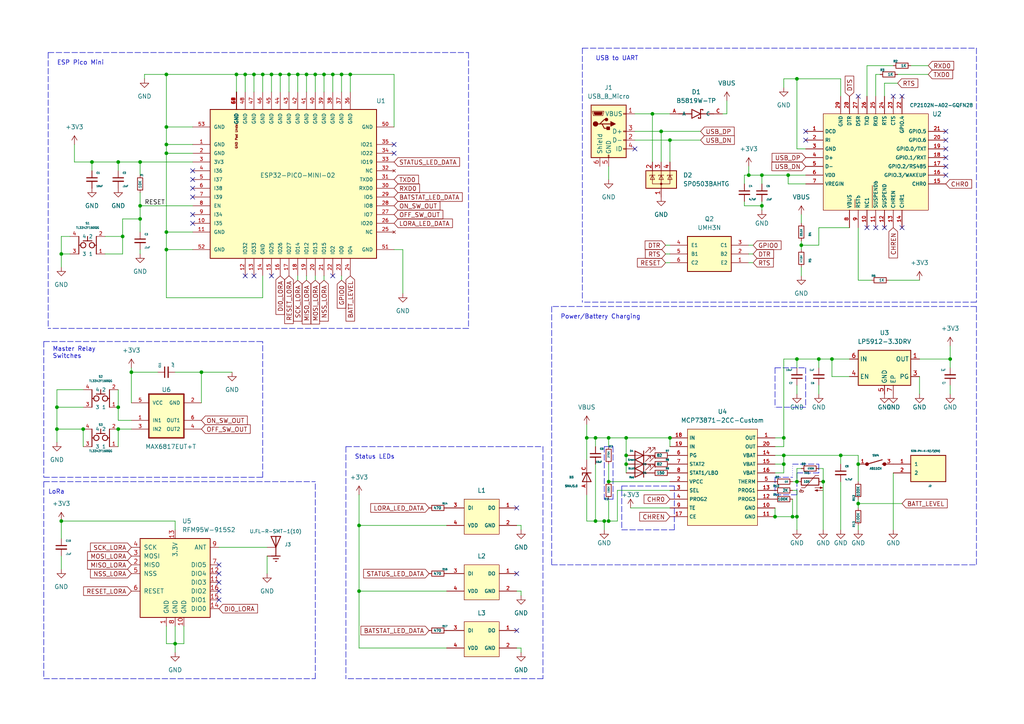
<source format=kicad_sch>
(kicad_sch (version 20211123) (generator eeschema)
  (paper "A4")
  (title_block (title "Kill Switch - Remote") (date "2023-04-12") (rev "1.1") (company "Created by: Greg Hulette") (comment 1 "- LoRa to WiFi Bridge") (comment 2 "- Buttons for Master Relay") (comment 3 "- Creates WiFi Network"))
  (junction (at 220.98 59.69))
  (junction (at 76.2 21.59))
  (junction (at 248.92 146.05))
  (junction (at 88.9 21.59))
  (junction (at 48.26 21.59))
  (junction (at 248.92 134.62))
  (junction (at 172.72 127))
  (junction (at 99.06 21.59))
  (junction (at 229.87 149.86))
  (junction (at 176.53 127))
  (junction (at 232.41 71.12))
  (junction (at 228.6 50.8))
  (junction (at 48.26 44.45))
  (junction (at 24.13 124.46))
  (junction (at 50.8 186.69))
  (junction (at 224.79 149.86))
  (junction (at 34.29 46.99))
  (junction (at 93.98 21.59))
  (junction (at 17.78 73.66))
  (junction (at 83.82 21.59))
  (junction (at 48.26 72.39))
  (junction (at 48.26 41.91))
  (junction (at 238.76 139.7))
  (junction (at 68.58 21.59))
  (junction (at 231.14 22.86))
  (junction (at 17.78 151.13))
  (junction (at 176.53 139.7))
  (junction (at 16.51 124.46))
  (junction (at 189.23 33.02))
  (junction (at 71.12 21.59))
  (junction (at 101.6 21.59))
  (junction (at 78.74 21.59))
  (junction (at 181.61 127))
  (junction (at 48.26 67.31))
  (junction (at 172.72 151.13))
  (junction (at 40.64 46.99))
  (junction (at 104.14 152.4))
  (junction (at 58.42 107.95))
  (junction (at 35.56 68.58))
  (junction (at 176.53 151.13))
  (junction (at 231.14 139.7))
  (junction (at 40.64 59.69))
  (junction (at 194.31 40.64))
  (junction (at 86.36 21.59))
  (junction (at 34.29 124.46))
  (junction (at 217.17 50.8))
  (junction (at 237.49 104.14))
  (junction (at 40.64 63.5))
  (junction (at 73.66 21.59))
  (junction (at 175.26 151.13))
  (junction (at 181.61 132.08))
  (junction (at 220.98 50.8))
  (junction (at 227.33 132.08))
  (junction (at 241.3 104.14))
  (junction (at 170.18 127))
  (junction (at 194.31 127))
  (junction (at 91.44 21.59))
  (junction (at 38.1 107.95))
  (junction (at 231.14 104.14))
  (junction (at 16.51 118.11))
  (junction (at 243.84 132.08))
  (junction (at 191.77 38.1))
  (junction (at 227.33 134.62))
  (junction (at 275.59 104.14))
  (junction (at 81.28 21.59))
  (junction (at 181.61 134.62))
  (junction (at 26.67 46.99))
  (junction (at 104.14 171.45))
  (junction (at 48.26 36.83))
  (junction (at 34.29 118.11))
  (junction (at 231.14 149.86))
  (junction (at 227.33 127))
  (junction (at 96.52 21.59))
  (no_connect (at 259.08 27.94))
  (no_connect (at 149.86 166.37))
  (no_connect (at 63.5 166.37))
  (no_connect (at 63.5 163.83))
  (no_connect (at 63.5 168.91))
  (no_connect (at 63.5 173.99))
  (no_connect (at 63.5 171.45))
  (no_connect (at 55.88 57.15))
  (no_connect (at 55.88 62.23))
  (no_connect (at 55.88 49.53))
  (no_connect (at 55.88 52.07))
  (no_connect (at 55.88 54.61))
  (no_connect (at 71.12 80.01))
  (no_connect (at 55.88 64.77))
  (no_connect (at 114.3 41.91))
  (no_connect (at 96.52 80.01))
  (no_connect (at 73.66 80.01))
  (no_connect (at 78.74 80.01))
  (no_connect (at 114.3 44.45))
  (no_connect (at 149.86 147.32))
  (no_connect (at 149.86 182.88))
  (no_connect (at 248.92 27.94))
  (no_connect (at 233.68 38.1))
  (no_connect (at 233.68 40.64))
  (no_connect (at 261.62 27.94))
  (no_connect (at 256.54 66.04))
  (no_connect (at 254 66.04))
  (no_connect (at 251.46 66.04))
  (no_connect (at 274.32 38.1))
  (no_connect (at 274.32 40.64))
  (no_connect (at 274.32 43.18))
  (no_connect (at 274.32 45.72))
  (no_connect (at 274.32 48.26))
  (no_connect (at 274.32 50.8))
  (no_connect (at 261.62 66.04))
  (no_connect (at 184.15 43.18))
  (wire (pts (xy 172.72 151.13) (xy 172.72 134.62)))
  (polyline (pts (xy 135.89 15.24) (xy 135.89 95.25)))
  (polyline (pts (xy 100.33 129.54) (xy 157.48 129.54)))
  (wire (pts (xy 193.04 76.2) (xy 194.31 76.2)))
  (wire (pts (xy 16.51 113.03) (xy 16.51 118.11)))
  (wire (pts (xy 237.49 104.14) (xy 241.3 104.14)))
  (wire (pts (xy 40.64 46.99) (xy 34.29 46.99)))
  (wire (pts (xy 238.76 135.89) (xy 238.76 139.7)))
  (wire (pts (xy 55.88 72.39) (xy 48.26 72.39)))
  (wire (pts (xy 215.9 58.42) (xy 215.9 59.69)))
  (wire (pts (xy 104.14 187.96) (xy 129.54 187.96)))
  (wire (pts (xy 50.8 186.69) (xy 50.8 189.23)))
  (wire (pts (xy 231.14 111.76) (xy 231.14 114.3)))
  (wire (pts (xy 254 27.94) (xy 254 21.59)))
  (wire (pts (xy 227.33 104.14) (xy 231.14 104.14)))
  (wire (pts (xy 176.53 134.62) (xy 176.53 139.7)))
  (wire (pts (xy 256.54 27.94) (xy 256.54 24.13)))
  (wire (pts (xy 170.18 123.19) (xy 170.18 127)))
  (polyline (pts (xy 12.7 196.85) (xy 91.44 196.85)))
  (wire (pts (xy 34.29 118.11) (xy 34.29 121.92)))
  (wire (pts (xy 48.26 67.31) (xy 55.88 67.31)))
  (wire (pts (xy 71.12 21.59) (xy 71.12 26.67)))
  (polyline (pts (xy 229.87 134.62) (xy 237.49 134.62)))
  (polyline (pts (xy 12.7 99.06) (xy 76.2 99.06)))
  (polyline (pts (xy 168.91 13.97) (xy 283.21 13.97)))
  (wire (pts (xy 17.78 161.29) (xy 17.78 165.1)))
  (wire (pts (xy 220.98 53.34) (xy 220.98 50.8)))
  (wire (pts (xy 181.61 132.08) (xy 181.61 134.62)))
  (polyline (pts (xy 231.14 143.51) (xy 224.79 143.51)))
  (wire (pts (xy 93.98 21.59) (xy 96.52 21.59)))
  (polyline (pts (xy 237.49 137.16) (xy 231.14 137.16)))
  (wire (pts (xy 17.78 68.58) (xy 17.78 73.66)))
  (wire (pts (xy 218.44 73.66) (xy 217.17 73.66)))
  (wire (pts (xy 40.64 59.69) (xy 40.64 63.5)))
  (polyline (pts (xy 195.58 153.67) (xy 195.58 140.97)))
  (wire (pts (xy 232.41 77.47) (xy 232.41 80.01)))
  (wire (pts (xy 104.14 143.51) (xy 104.14 152.4)))
  (wire (pts (xy 181.61 134.62) (xy 181.61 137.16)))
  (wire (pts (xy 58.42 107.95) (xy 67.31 107.95)))
  (wire (pts (xy 237.49 66.04) (xy 237.49 71.12)))
  (wire (pts (xy 209.55 33.02) (xy 210.82 33.02)))
  (polyline (pts (xy 233.68 106.68) (xy 233.68 118.11)))
  (polyline (pts (xy 175.26 129.54) (xy 177.8 129.54)))
  (wire (pts (xy 48.26 72.39) (xy 48.26 67.31)))
  (wire (pts (xy 172.72 151.13) (xy 175.26 151.13)))
  (wire (pts (xy 48.26 44.45) (xy 48.26 41.91)))
  (wire (pts (xy 86.36 21.59) (xy 86.36 26.67)))
  (wire (pts (xy 176.53 151.13) (xy 175.26 151.13)))
  (wire (pts (xy 58.42 107.95) (xy 58.42 116.84)))
  (wire (pts (xy 48.26 21.59) (xy 48.26 36.83)))
  (wire (pts (xy 53.34 181.61) (xy 53.34 186.69)))
  (wire (pts (xy 194.31 73.66) (xy 193.04 73.66)))
  (wire (pts (xy 194.31 127) (xy 194.31 129.54)))
  (wire (pts (xy 189.23 33.02) (xy 189.23 46.99)))
  (wire (pts (xy 16.51 118.11) (xy 24.13 118.11)))
  (polyline (pts (xy 283.21 88.9) (xy 283.21 163.83)))
  (wire (pts (xy 91.44 21.59) (xy 91.44 26.67)))
  (polyline (pts (xy 12.7 138.43) (xy 76.2 138.43)))
  (wire (pts (xy 88.9 21.59) (xy 91.44 21.59)))
  (wire (pts (xy 40.64 46.99) (xy 40.64 50.8)))
  (polyline (pts (xy 283.21 87.63) (xy 168.91 87.63)))
  (wire (pts (xy 48.26 41.91) (xy 55.88 41.91)))
  (wire (pts (xy 35.56 63.5) (xy 35.56 68.58)))
  (wire (pts (xy 229.87 142.24) (xy 231.14 142.24)))
  (polyline (pts (xy 135.89 95.25) (xy 13.97 95.25)))
  (wire (pts (xy 228.6 50.8) (xy 220.98 50.8)))
  (wire (pts (xy 170.18 151.13) (xy 170.18 143.51)))
  (polyline (pts (xy 180.34 142.24) (xy 180.34 140.97)))
  (wire (pts (xy 21.59 41.91) (xy 21.59 46.99)))
  (wire (pts (xy 151.13 153.67) (xy 151.13 152.4)))
  (wire (pts (xy 215.9 59.69) (xy 220.98 59.69)))
  (polyline (pts (xy 91.44 196.85) (xy 91.44 139.7)))
  (wire (pts (xy 275.59 114.3) (xy 275.59 111.76)))
  (polyline (pts (xy 160.02 88.9) (xy 160.02 163.83)))
  (wire (pts (xy 264.16 19.05) (xy 269.24 19.05)))
  (wire (pts (xy 220.98 58.42) (xy 220.98 59.69)))
  (wire (pts (xy 16.51 124.46) (xy 16.51 128.27)))
  (polyline (pts (xy 12.7 139.7) (xy 91.44 139.7)))
  (wire (pts (xy 231.14 104.14) (xy 237.49 104.14)))
  (wire (pts (xy 232.41 71.12) (xy 232.41 72.39)))
  (wire (pts (xy 176.53 144.78) (xy 176.53 151.13)))
  (wire (pts (xy 55.88 46.99) (xy 40.64 46.99)))
  (polyline (pts (xy 237.49 134.62) (xy 237.49 137.16)))
  (wire (pts (xy 86.36 21.59) (xy 88.9 21.59)))
  (wire (pts (xy 26.67 46.99) (xy 21.59 46.99)))
  (wire (pts (xy 17.78 73.66) (xy 20.32 73.66)))
  (wire (pts (xy 73.66 21.59) (xy 76.2 21.59)))
  (wire (pts (xy 224.79 127) (xy 227.33 127)))
  (wire (pts (xy 151.13 171.45) (xy 149.86 171.45)))
  (polyline (pts (xy 168.91 13.97) (xy 168.91 87.63)))
  (wire (pts (xy 91.44 81.28) (xy 91.44 80.01)))
  (wire (pts (xy 83.82 21.59) (xy 86.36 21.59)))
  (wire (pts (xy 48.26 21.59) (xy 68.58 21.59)))
  (wire (pts (xy 176.53 48.26) (xy 176.53 52.07)))
  (wire (pts (xy 229.87 139.7) (xy 231.14 139.7)))
  (wire (pts (xy 129.54 152.4) (xy 104.14 152.4)))
  (wire (pts (xy 71.12 21.59) (xy 73.66 21.59)))
  (wire (pts (xy 181.61 127) (xy 181.61 132.08)))
  (wire (pts (xy 77.47 161.29) (xy 77.47 166.37)))
  (wire (pts (xy 40.64 72.39) (xy 40.64 73.66)))
  (wire (pts (xy 248.92 152.4) (xy 248.92 153.67)))
  (wire (pts (xy 233.68 50.8) (xy 228.6 50.8)))
  (wire (pts (xy 53.34 186.69) (xy 50.8 186.69)))
  (wire (pts (xy 246.38 109.22) (xy 241.3 109.22)))
  (wire (pts (xy 176.53 151.13) (xy 179.07 151.13)))
  (polyline (pts (xy 177.8 144.78) (xy 175.26 144.78)))
  (wire (pts (xy 220.98 59.69) (xy 220.98 60.96)))
  (polyline (pts (xy 12.7 139.7) (xy 12.7 196.85)))
  (wire (pts (xy 17.78 151.13) (xy 17.78 156.21)))
  (wire (pts (xy 88.9 81.28) (xy 88.9 80.01)))
  (wire (pts (xy 184.15 40.64) (xy 194.31 40.64)))
  (wire (pts (xy 176.53 139.7) (xy 194.31 139.7)))
  (wire (pts (xy 38.1 107.95) (xy 38.1 116.84)))
  (wire (pts (xy 227.33 22.86) (xy 227.33 25.4)))
  (wire (pts (xy 224.79 137.16) (xy 227.33 137.16)))
  (wire (pts (xy 40.64 55.88) (xy 40.64 59.69)))
  (wire (pts (xy 50.8 181.61) (xy 50.8 186.69)))
  (wire (pts (xy 81.28 21.59) (xy 83.82 21.59)))
  (wire (pts (xy 38.1 106.68) (xy 38.1 107.95)))
  (wire (pts (xy 237.49 106.68) (xy 237.49 104.14)))
  (wire (pts (xy 182.88 147.32) (xy 194.31 147.32)))
  (wire (pts (xy 48.26 181.61) (xy 48.26 186.69)))
  (wire (pts (xy 237.49 71.12) (xy 232.41 71.12)))
  (wire (pts (xy 170.18 151.13) (xy 172.72 151.13)))
  (wire (pts (xy 237.49 135.89) (xy 238.76 135.89)))
  (wire (pts (xy 248.92 132.08) (xy 248.92 134.62)))
  (wire (pts (xy 224.79 134.62) (xy 227.33 134.62)))
  (wire (pts (xy 176.53 127) (xy 181.61 127)))
  (wire (pts (xy 266.7 104.14) (xy 275.59 104.14)))
  (wire (pts (xy 101.6 26.67) (xy 101.6 21.59)))
  (wire (pts (xy 76.2 80.01) (xy 76.2 86.36)))
  (wire (pts (xy 34.29 121.92) (xy 38.1 121.92)))
  (polyline (pts (xy 231.14 137.16) (xy 231.14 143.51)))
  (wire (pts (xy 231.14 135.89) (xy 231.14 139.7)))
  (wire (pts (xy 50.8 107.95) (xy 58.42 107.95)))
  (wire (pts (xy 194.31 40.64) (xy 194.31 46.99)))
  (wire (pts (xy 48.26 186.69) (xy 50.8 186.69)))
  (wire (pts (xy 17.78 73.66) (xy 17.78 77.47)))
  (wire (pts (xy 210.82 29.21) (xy 210.82 33.02)))
  (polyline (pts (xy 224.79 106.68) (xy 224.79 118.11)))
  (wire (pts (xy 76.2 26.67) (xy 76.2 21.59)))
  (wire (pts (xy 26.67 46.99) (xy 26.67 49.53)))
  (wire (pts (xy 227.33 137.16) (xy 227.33 134.62)))
  (wire (pts (xy 217.17 76.2) (xy 218.44 76.2)))
  (wire (pts (xy 248.92 134.62) (xy 248.92 139.7)))
  (wire (pts (xy 179.07 142.24) (xy 179.07 151.13)))
  (wire (pts (xy 259.08 153.67) (xy 259.08 137.16)))
  (wire (pts (xy 231.14 22.86) (xy 227.33 22.86)))
  (polyline (pts (xy 180.34 142.24) (xy 180.34 153.67)))
  (wire (pts (xy 16.51 118.11) (xy 16.51 124.46)))
  (wire (pts (xy 86.36 81.28) (xy 86.36 80.01)))
  (wire (pts (xy 96.52 21.59) (xy 96.52 26.67)))
  (wire (pts (xy 224.79 129.54) (xy 227.33 129.54)))
  (wire (pts (xy 176.53 127) (xy 176.53 129.54)))
  (wire (pts (xy 229.87 149.86) (xy 231.14 149.86)))
  (wire (pts (xy 104.14 171.45) (xy 129.54 171.45)))
  (wire (pts (xy 248.92 144.78) (xy 248.92 146.05)))
  (wire (pts (xy 170.18 133.35) (xy 170.18 127)))
  (wire (pts (xy 227.33 132.08) (xy 243.84 132.08)))
  (wire (pts (xy 68.58 21.59) (xy 68.58 26.67)))
  (wire (pts (xy 151.13 187.96) (xy 149.86 187.96)))
  (wire (pts (xy 104.14 152.4) (xy 104.14 171.45)))
  (wire (pts (xy 34.29 124.46) (xy 34.29 129.54)))
  (wire (pts (xy 41.91 21.59) (xy 48.26 21.59)))
  (wire (pts (xy 241.3 104.14) (xy 246.38 104.14)))
  (wire (pts (xy 233.68 53.34) (xy 228.6 53.34)))
  (wire (pts (xy 231.14 153.67) (xy 231.14 149.86)))
  (wire (pts (xy 243.84 132.08) (xy 248.92 132.08)))
  (wire (pts (xy 48.26 86.36) (xy 48.26 72.39)))
  (polyline (pts (xy 224.79 106.68) (xy 233.68 106.68)))
  (wire (pts (xy 275.59 100.33) (xy 275.59 104.14)))
  (wire (pts (xy 248.92 146.05) (xy 261.62 146.05)))
  (wire (pts (xy 238.76 139.7) (xy 238.76 153.67)))
  (wire (pts (xy 34.29 46.99) (xy 34.29 49.53)))
  (polyline (pts (xy 157.48 129.54) (xy 157.48 196.85)))
  (wire (pts (xy 184.15 33.02) (xy 189.23 33.02)))
  (wire (pts (xy 99.06 21.59) (xy 101.6 21.59)))
  (wire (pts (xy 114.3 21.59) (xy 101.6 21.59)))
  (wire (pts (xy 78.74 21.59) (xy 78.74 26.67)))
  (wire (pts (xy 35.56 63.5) (xy 40.64 63.5)))
  (polyline (pts (xy 100.33 129.54) (xy 100.33 196.85)))
  (wire (pts (xy 24.13 124.46) (xy 24.13 129.54)))
  (wire (pts (xy 96.52 21.59) (xy 99.06 21.59)))
  (wire (pts (xy 116.84 72.39) (xy 116.84 85.09)))
  (wire (pts (xy 191.77 38.1) (xy 191.77 46.99)))
  (wire (pts (xy 227.33 104.14) (xy 227.33 127)))
  (wire (pts (xy 227.33 129.54) (xy 227.33 127)))
  (wire (pts (xy 151.13 152.4) (xy 149.86 152.4)))
  (polyline (pts (xy 76.2 138.43) (xy 76.2 99.06)))
  (wire (pts (xy 233.68 43.18) (xy 231.14 43.18)))
  (polyline (pts (xy 160.02 163.83) (xy 283.21 163.83)))
  (wire (pts (xy 151.13 172.72) (xy 151.13 171.45)))
  (wire (pts (xy 232.41 135.89) (xy 231.14 135.89)))
  (wire (pts (xy 81.28 21.59) (xy 81.28 26.67)))
  (wire (pts (xy 248.92 81.28) (xy 252.73 81.28)))
  (wire (pts (xy 172.72 129.54) (xy 172.72 127)))
  (wire (pts (xy 35.56 68.58) (xy 35.56 73.66)))
  (wire (pts (xy 41.91 21.59) (xy 41.91 22.86)))
  (wire (pts (xy 104.14 171.45) (xy 104.14 187.96)))
  (wire (pts (xy 251.46 27.94) (xy 251.46 19.05)))
  (wire (pts (xy 88.9 21.59) (xy 88.9 26.67)))
  (polyline (pts (xy 175.26 129.54) (xy 175.26 144.78)))
  (wire (pts (xy 175.26 151.13) (xy 175.26 153.67)))
  (wire (pts (xy 232.41 62.23) (xy 232.41 64.77)))
  (wire (pts (xy 254 21.59) (xy 255.27 21.59)))
  (wire (pts (xy 93.98 21.59) (xy 93.98 26.67)))
  (polyline (pts (xy 180.34 153.67) (xy 195.58 153.67)))
  (wire (pts (xy 248.92 146.05) (xy 248.92 147.32)))
  (wire (pts (xy 50.8 153.67) (xy 50.8 151.13)))
  (wire (pts (xy 248.92 66.04) (xy 248.92 81.28)))
  (wire (pts (xy 93.98 81.28) (xy 93.98 80.01)))
  (wire (pts (xy 151.13 189.23) (xy 151.13 187.96)))
  (wire (pts (xy 181.61 127) (xy 194.31 127)))
  (wire (pts (xy 50.8 151.13) (xy 17.78 151.13)))
  (wire (pts (xy 217.17 48.26) (xy 217.17 50.8)))
  (wire (pts (xy 83.82 21.59) (xy 83.82 26.67)))
  (wire (pts (xy 172.72 127) (xy 176.53 127)))
  (wire (pts (xy 40.64 59.69) (xy 55.88 59.69)))
  (wire (pts (xy 30.48 68.58) (xy 35.56 68.58)))
  (wire (pts (xy 229.87 149.86) (xy 224.79 149.86)))
  (wire (pts (xy 34.29 124.46) (xy 38.1 124.46)))
  (wire (pts (xy 63.5 158.75) (xy 77.47 158.75)))
  (wire (pts (xy 17.78 68.58) (xy 20.32 68.58)))
  (polyline (pts (xy 283.21 13.97) (xy 283.21 87.63)))
  (wire (pts (xy 243.84 27.94) (xy 243.84 22.86)))
  (polyline (pts (xy 180.34 140.97) (xy 195.58 140.97)))
  (wire (pts (xy 232.41 69.85) (xy 232.41 71.12)))
  (wire (pts (xy 215.9 50.8) (xy 217.17 50.8)))
  (wire (pts (xy 48.26 44.45) (xy 55.88 44.45)))
  (wire (pts (xy 16.51 124.46) (xy 24.13 124.46)))
  (polyline (pts (xy 12.7 99.06) (xy 12.7 138.43)))
  (wire (pts (xy 231.14 142.24) (xy 231.14 149.86)))
  (polyline (pts (xy 233.68 118.11) (xy 224.79 118.11)))
  (wire (pts (xy 91.44 21.59) (xy 93.98 21.59)))
  (wire (pts (xy 16.51 113.03) (xy 24.13 113.03)))
  (wire (pts (xy 217.17 50.8) (xy 220.98 50.8)))
  (wire (pts (xy 73.66 21.59) (xy 73.66 26.67)))
  (wire (pts (xy 114.3 36.83) (xy 114.3 21.59)))
  (wire (pts (xy 30.48 73.66) (xy 35.56 73.66)))
  (wire (pts (xy 194.31 142.24) (xy 179.07 142.24)))
  (wire (pts (xy 257.81 81.28) (xy 266.7 81.28)))
  (polyline (pts (xy 283.21 88.9) (xy 160.02 88.9)))
  (polyline (pts (xy 177.8 129.54) (xy 177.8 144.78)))
  (polyline (pts (xy 224.79 138.43) (xy 224.79 143.51)))
  (wire (pts (xy 40.64 63.5) (xy 40.64 67.31)))
  (wire (pts (xy 55.88 36.83) (xy 48.26 36.83)))
  (wire (pts (xy 189.23 33.02) (xy 194.31 33.02)))
  (wire (pts (xy 184.15 38.1) (xy 191.77 38.1)))
  (wire (pts (xy 78.74 21.59) (xy 81.28 21.59)))
  (wire (pts (xy 48.26 36.83) (xy 48.26 41.91)))
  (polyline (pts (xy 157.48 196.85) (xy 100.33 196.85)))
  (wire (pts (xy 215.9 53.34) (xy 215.9 50.8)))
  (wire (pts (xy 224.79 147.32) (xy 224.79 149.86)))
  (wire (pts (xy 34.29 46.99) (xy 26.67 46.99)))
  (wire (pts (xy 260.35 21.59) (xy 269.24 21.59)))
  (wire (pts (xy 191.77 38.1) (xy 203.2 38.1)))
  (wire (pts (xy 48.26 67.31) (xy 48.26 44.45)))
  (wire (pts (xy 231.14 43.18) (xy 231.14 22.86)))
  (wire (pts (xy 76.2 21.59) (xy 78.74 21.59)))
  (polyline (pts (xy 229.87 138.43) (xy 229.87 134.62)) (stroke (width 0) (type dot)))
  (wire (pts (xy 38.1 107.95) (xy 45.72 107.95)))
  (wire (pts (xy 229.87 144.78) (xy 229.87 149.86)))
  (wire (pts (xy 76.2 86.36) (xy 48.26 86.36)))
  (wire (pts (xy 243.84 153.67) (xy 243.84 139.7)))
  (wire (pts (xy 275.59 106.68) (xy 275.59 104.14)))
  (wire (pts (xy 256.54 24.13) (xy 260.35 24.13)))
  (wire (pts (xy 217.17 71.12) (xy 218.44 71.12)))
  (wire (pts (xy 241.3 109.22) (xy 241.3 104.14)))
  (polyline (pts (xy 224.79 138.43) (xy 229.87 138.43)))
  (wire (pts (xy 231.14 106.68) (xy 231.14 104.14)))
  (wire (pts (xy 193.04 71.12) (xy 194.31 71.12)))
  (polyline (pts (xy 13.97 15.24) (xy 135.89 15.24)))
  (wire (pts (xy 228.6 53.34) (xy 228.6 50.8)))
  (wire (pts (xy 237.49 66.04) (xy 246.38 66.04)))
  (wire (pts (xy 170.18 127) (xy 172.72 127)))
  (wire (pts (xy 237.49 111.76) (xy 237.49 114.3)))
  (wire (pts (xy 227.33 134.62) (xy 227.33 132.08)))
  (wire (pts (xy 243.84 134.62) (xy 243.84 132.08)))
  (wire (pts (xy 251.46 19.05) (xy 259.08 19.05)))
  (wire (pts (xy 68.58 21.59) (xy 71.12 21.59)))
  (wire (pts (xy 243.84 22.86) (xy 231.14 22.86)))
  (wire (pts (xy 194.31 40.64) (xy 203.2 40.64)))
  (wire (pts (xy 224.79 132.08) (xy 227.33 132.08)))
  (wire (pts (xy 266.7 114.3) (xy 266.7 109.22)))
  (wire (pts (xy 99.06 80.01) (xy 99.06 81.28)))
  (wire (pts (xy 99.06 21.59) (xy 99.06 26.67)))
  (wire (pts (xy 34.29 113.03) (xy 34.29 118.11)))
  (wire (pts (xy 114.3 72.39) (xy 116.84 72.39)))
  (polyline (pts (xy 13.97 15.24) (xy 13.97 95.25)))
  (text "Power/Battery Charging" (at 162.56 92.71 0) (effects (font (size 1.27 1.27)) (justify left bottom)))
  (text "ESP Pico Mini" (at 16.51 19.05 0) (effects (font (size 1.27 1.27)) (justify left bottom)))
  (text "Master Relay \nSwitches" (at 15.24 104.14 0) (effects (font (size 1.27 1.27)) (justify left bottom)))
  (text "LoRa" (at 13.97 143.51 0) (effects (font (size 1.27 1.27)) (justify left bottom)))
  (text "Status LEDs" (at 102.87 133.35 0) (effects (font (size 1.27 1.27)) (justify left bottom)))
  (text "USB to UART" (at 172.72 17.78 0) (effects (font (size 1.27 1.27)) (justify left bottom)))
  (label "RESET" (at 41.91 59.69 0))
  (global_label "SCK_LORA" (shape input) (at 38.1 158.75 180) (property "Intersheet References" "${INTERSHEET_REFS}" (effects hide)))
  (global_label "TXD0" (shape input) (at 114.3 52.07 0) (property "Intersheet References" "${INTERSHEET_REFS}" (effects hide)))
  (global_label "TXD0" (shape input) (at 269.24 21.59 0) (property "Intersheet References" "${INTERSHEET_REFS}" (effects hide)))
  (global_label "DI0_LORA" (shape input) (at 81.28 80.01 270) (property "Intersheet References" "${INTERSHEET_REFS}" (effects hide)))
  (global_label "GPIO0" (shape input) (at 218.44 71.12 0) (property "Intersheet References" "${INTERSHEET_REFS}" (effects hide)))
  (global_label "MOSI_LORA" (shape input) (at 38.1 161.29 180) (property "Intersheet References" "${INTERSHEET_REFS}" (effects hide)))
  (global_label "NSS_LORA" (shape input) (at 38.1 166.37 180) (property "Intersheet References" "${INTERSHEET_REFS}" (effects hide)))
  (global_label "OFF_SW_OUT" (shape input) (at 114.3 62.23 0) (property "Intersheet References" "${INTERSHEET_REFS}" (effects hide)))
  (global_label "LORA_LED_DATA" (shape input) (at 114.3 64.77 0) (property "Intersheet References" "${INTERSHEET_REFS}" (effects hide)))
  (global_label "MISO_LORA" (shape input) (at 38.1 163.83 180) (property "Intersheet References" "${INTERSHEET_REFS}" (effects hide)))
  (global_label "CHREN" (shape input) (at 259.08 66.04 270) (property "Intersheet References" "${INTERSHEET_REFS}" (effects hide)))
  (global_label "RTS" (shape input) (at 218.44 76.2 0) (property "Intersheet References" "${INTERSHEET_REFS}" (effects hide)))
  (global_label "DTR" (shape input) (at 193.04 71.12 180) (property "Intersheet References" "${INTERSHEET_REFS}" (effects hide)))
  (global_label "GPIO0" (shape input) (at 99.06 81.28 270) (property "Intersheet References" "${INTERSHEET_REFS}" (effects hide)))
  (global_label "USB_DP" (shape input) (at 203.2 38.1 0) (property "Intersheet References" "${INTERSHEET_REFS}" (effects hide)))
  (global_label "OFF_SW_OUT" (shape input) (at 58.42 124.46 0) (property "Intersheet References" "${INTERSHEET_REFS}" (effects hide)))
  (global_label "USB_DN" (shape input) (at 233.68 48.26 180) (property "Intersheet References" "${INTERSHEET_REFS}" (effects hide)))
  (global_label "RESET_LORA" (shape input) (at 38.1 171.45 180) (property "Intersheet References" "${INTERSHEET_REFS}" (effects hide)))
  (global_label "USB_DN" (shape input) (at 203.2 40.64 0) (property "Intersheet References" "${INTERSHEET_REFS}" (effects hide)))
  (global_label "STATUS_LED_DATA" (shape input) (at 124.46 166.37 180) (property "Intersheet References" "${INTERSHEET_REFS}" (effects hide)))
  (global_label "MISO_LORA" (shape input) (at 88.9 81.28 270) (property "Intersheet References" "${INTERSHEET_REFS}" (effects hide)))
  (global_label "CHR0" (shape input) (at 274.32 53.34 0) (property "Intersheet References" "${INTERSHEET_REFS}" (effects hide)))
  (global_label "LORA_LED_DATA" (shape input) (at 124.46 147.32 180) (property "Intersheet References" "${INTERSHEET_REFS}" (effects hide)))
  (global_label "RTS" (shape input) (at 193.04 73.66 180) (property "Intersheet References" "${INTERSHEET_REFS}" (effects hide)))
  (global_label "RXD0" (shape input) (at 114.3 54.61 0) (property "Intersheet References" "${INTERSHEET_REFS}" (effects hide)))
  (global_label "DTR" (shape input) (at 218.44 73.66 0) (property "Intersheet References" "${INTERSHEET_REFS}" (effects hide)))
  (global_label "RESET_LORA" (shape input) (at 83.82 80.01 270) (property "Intersheet References" "${INTERSHEET_REFS}" (effects hide)))
  (global_label "STATUS_LED_DATA" (shape input) (at 114.3 46.99 0) (property "Intersheet References" "${INTERSHEET_REFS}" (effects hide)))
  (global_label "CHR0" (shape input) (at 194.31 144.78 180) (property "Intersheet References" "${INTERSHEET_REFS}" (effects hide)))
  (global_label "ON_SW_OUT" (shape input) (at 58.42 121.92 0) (property "Intersheet References" "${INTERSHEET_REFS}" (effects hide)))
  (global_label "BATSTAT_LED_DATA" (shape input) (at 124.46 182.88 180) (property "Intersheet References" "${INTERSHEET_REFS}" (effects hide)))
  (global_label "ON_SW_OUT" (shape input) (at 114.3 59.69 0) (property "Intersheet References" "${INTERSHEET_REFS}" (effects hide)))
  (global_label "RESET" (shape input) (at 193.04 76.2 180) (property "Intersheet References" "${INTERSHEET_REFS}" (effects hide)))
  (global_label "RXD0" (shape input) (at 269.24 19.05 0) (property "Intersheet References" "${INTERSHEET_REFS}" (effects hide)))
  (global_label "BATT_LEVEL" (shape input) (at 261.62 146.05 0) (property "Intersheet References" "${INTERSHEET_REFS}" (effects hide)))
  (global_label "BATT_LEVEL" (shape input) (at 101.6 80.01 270) (property "Intersheet References" "${INTERSHEET_REFS}" (effects hide)))
  (global_label "RTS" (shape input) (at 260.35 24.13 0) (property "Intersheet References" "${INTERSHEET_REFS}" (effects hide)))
  (global_label "CHREN" (shape input) (at 194.31 149.86 180) (property "Intersheet References" "${INTERSHEET_REFS}" (effects hide)))
  (global_label "SCK_LORA" (shape input) (at 86.36 81.28 270) (property "Intersheet References" "${INTERSHEET_REFS}" (effects hide)))
  (global_label "BATSTAT_LED_DATA" (shape input) (at 114.3 57.15 0) (property "Intersheet References" "${INTERSHEET_REFS}" (effects hide)))
  (global_label "DTS" (shape input) (at 246.38 27.94 90) (property "Intersheet References" "${INTERSHEET_REFS}" (effects hide)))
  (global_label "USB_DP" (shape input) (at 233.68 45.72 180) (property "Intersheet References" "${INTERSHEET_REFS}" (effects hide)))
  (global_label "NSS_LORA" (shape input) (at 93.98 81.28 270) (property "Intersheet References" "${INTERSHEET_REFS}" (effects hide)))
  (global_label "MOSI_LORA" (shape input) (at 91.44 81.28 270) (property "Intersheet References" "${INTERSHEET_REFS}" (effects hide)))
  (global_label "DI0_LORA" (shape input) (at 63.5 176.53 0) (property "Intersheet References" "${INTERSHEET_REFS}" (effects hide)))
  (symbol (lib_id "power:GND") (at 41.91 22.86 0) (unit 1)
    (property "Reference" "#PWR0136" (effects hide))
    (property "Value" "GND" (at 41.91 27.94 0))
  )
  (symbol (lib_id "power:GND") (at 227.33 25.4 0) (unit 1)
    (property "Reference" "#PWR0108" (effects hide))
    (property "Value" "GND" (at 227.33 30.48 0))
  )
  (symbol (lib_id "LED:WS2812B-2020") (at 139.7 149.86 0) (unit 1)
    (property "Reference" "L1" (at 139.7 142.24 0))
    (property "Value" "WS2812B" (effects hide))
    (property "Footprint" "LED_SMD:LED_WS2812B_PLCC4_5.0x5.0mm_P3.2mm" (effects hide))
    (property "Datasheet" "http://cdn.sparkfun.com/datasheets/BreakoutBoards/WS2812B.pdf" (effects hide))
    (property "Manufacturers Name" "SparkFun Electronics" (effects hide))
    (property "Manufacturers Part Number" "COM-16347" (effects hide))
    (property "Digikey Part Number" "1568-COM-16347CT-ND" (effects hide))
    (property "Mouser Part Number" "485-4684" (effects hide))
    (property "LCSC" "C114586" (effects hide))
  )
  (symbol (lib_id "Device:C_Small") (at 40.64 69.85 0) (unit 1)
    (property "Reference" "C3" (at 41.91 67.9513 0) (effects (font (size 0.5 0.5)) (justify left)))
    (property "Value" ".1uF" (at 41.91 71.7613 0) (effects (font (size 0.5 0.5)) (justify left)))
    (property "Footprint" "Capacitor_SMD:C_0603_1608Metric" (effects hide))
    (property "Datasheet" "https://www.we-online.com/katalog/datasheet/885012206020.pdf" (effects hide))
    (property "Manufacturers Name" "Würth Elektronik" (effects hide))
    (property "Manufacturers Part Number" "885012206020" (effects hide))
    (property "Digikey Part Number" "732-7939-1-ND" (effects hide))
    (property "Mouser Part Number" "710-885012206020 " (effects hide))
    (property "LCSC" "-----" (effects hide))
  )
  (symbol (lib_id "power:GND") (at 238.76 153.67 0) (unit 1)
    (property "Reference" "#PWR0117" (effects hide))
    (property "Value" "GND" (at 238.76 157.48 0))
  )
  (symbol (lib_id "Device:C_Small") (at 172.72 132.08 0) (unit 1)
    (property "Reference" "C8" (at 173.99 130.1813 0) (effects (font (size 0.5 0.5)) (justify left)))
    (property "Value" "10uF" (at 172.72 133.9913 0) (effects (font (size 0.5 0.5)) (justify left)))
    (property "Footprint" "Capacitor_SMD:C_0805_2012Metric" (effects hide))
    (property "Datasheet" "https://www.we-online.com/katalog/datasheet/885012107014.pdf" (effects hide))
    (property "Manufacturers Name" "Würth Elektronik" (effects hide))
    (property "Manufacturers Part Number" "885012107014" (effects hide))
    (property "Digikey Part Number" "732-7624-1-ND" (effects hide))
    (property "Mouser Part Number" "710-885012107014" (effects hide))
    (property "LCSC" "-----" (effects hide))
  )
  (symbol (lib_id "Custom:S2B-PH-K-S(LF)(SN)") (at 269.24 134.62 0) (unit 1)
    (property "Reference" "J2" (at 269.24 140.9699 0) (effects (font (size 0.5 0.5)) (justify left)))
    (property "Value" "S2B-PH-K-S(LF)(SN)" (at 264.16 130.8099 0) (effects (font (size 0.5 0.5)) (justify left)))
    (property "Footprint" "Custom:JST_S2B-PH-K-S(LF)(SN)" (effects hide))
    (property "Datasheet" "https://www.jst-mfg.com/product/pdf/eng/ePH.pdf" (effects hide))
    (property "MAXIMUM_PACKAGE_HEIGHT" "4.8mm" (effects hide))
    (property "PACKAGE" "None" (effects hide))
    (property "AVAILABILITY" "Unavailable" (effects hide))
    (property "DESCRIPTION" "Connector Header Through Hole, Right Angle 2 position" (effects hide))
    (property "MP" "S2B-PH-K-S_LF__SN_" (effects hide))
    (property "MF" "JST Sales" (effects hide))
    (property "PRICE" "None" (effects hide))
    (property "Manufacturers Name" "JST Sales America Inc." (effects hide))
    (property "Manufacturers Part Number" "S2B-PH-K-S(LF)(SN)" (effects hide))
    (property "Digikey Part Number" "455-1719-ND" (effects hide))
    (property "Mouser Part Number" "-----" (effects hide))
    (property "LCSC" "C173752" (effects hide))
  )
  (symbol (lib_id "Device:R_Small") (at 191.77 137.16 270) (unit 1)
    (property "Reference" "R9" (at 193.0401 135.89 90) (effects (font (size 0.5 0.5)) (justify left)))
    (property "Value" "150" (at 190.5001 137.16 90) (effects (font (size 0.75 0.75)) (justify left)))
    (property "Footprint" "Resistor_SMD:R_0402_1005Metric" (effects hide))
    (property "Datasheet" "https://industrial.panasonic.com/cdbs/www-data/pdf/RDO0000/AOA0000C331.pdf" (effects hide))
    (property "Manufacturers Name" "Panasonic Electronic Components" (effects hide))
    (property "Manufacturers Part Number" "ERJ-PA2F1500X" (effects hide))
    (property "Digikey Part Number" "2019-SG73P1EWTTP101JCT-ND" (effects hide))
    (property "Mouser Part Number" "667-ERJ-PA2F1500X " (effects hide))
    (property "LCSC" "-------" (effects hide))
  )
  (symbol (lib_id "power:GND") (at 220.98 60.96 0) (unit 1)
    (property "Reference" "#PWR0105" (effects hide))
    (property "Value" "GND" (at 220.98 64.77 0))
  )
  (symbol (lib_id "Device:C_Small") (at 220.98 55.88 0) (unit 1)
    (property "Reference" "C5" (at 222.25 53.9813 0) (effects (font (size 0.5 0.5)) (justify left)))
    (property "Value" ".1uF" (at 222.25 57.7913 0) (effects (font (size 0.5 0.5)) (justify left)))
    (property "Footprint" "Capacitor_SMD:C_0603_1608Metric" (effects hide))
    (property "Datasheet" "https://www.we-online.com/katalog/datasheet/885012206020.pdf" (effects hide))
    (property "Manufacturers Name" "Würth Elektronik" (effects hide))
    (property "Manufacturers Part Number" "885012206020" (effects hide))
    (property "Digikey Part Number" "732-7939-1-ND" (effects hide))
    (property "Mouser Part Number" "710-885012206020 " (effects hide))
    (property "LCSC" "-----" (effects hide))
  )
  (symbol (lib_id "Device:R_Small") (at 127 182.88 270) (unit 1)
    (property "Reference" "R17" (at 128.2701 181.61 90) (effects (font (size 0.5 0.5)) (justify left)))
    (property "Value" "470" (at 125.7301 182.88 90) (effects (font (size 0.75 0.75)) (justify left)))
    (property "Footprint" "Resistor_SMD:R_0402_1005Metric" (effects hide))
    (property "Datasheet" "https://www.yageo.com/upload/media/product/productsearch/datasheet/rchip/PYu-RC_Group_51_RoHS_L_12.pdf" (effects hide))
    (property "Manufacturers Name" "YAGEO" (effects hide))
    (property "Manufacturers Part Number" "RC0402JR-13220RL" (effects hide))
    (property "Digikey Part Number" "13-RC0402JR-13220RLCT-ND" (effects hide))
    (property "Mouser Part Number" "603-RC0402JR-13220RL " (effects hide))
    (property "LCSC" "C3931306" (effects hide))
  )
  (symbol (lib_id "Regulator_Linear:LP5912-3.3DRV") (at 256.54 106.68 0) (unit 1)
    (property "Reference" "U3" (at 256.54 96.52 0))
    (property "Value" "LP5912-3.3DRV" (at 256.54 99.06 0))
    (property "Footprint" "Package_SON:WSON-6-1EP_2x2mm_P0.65mm_EP1x1.6mm_ThermalVias" (effects hide))
    (property "Datasheet" "http://www.ti.com/lit/ds/symlink/lp5912.pdf" (effects hide))
    (property "Manufacturers Name" "Texas Instruments" (effects hide))
    (property "Manufacturers Part Number" "LP5912Q3.3DRVTQ1" (effects hide))
    (property "Digikey Part Number" "296-48933-1-ND" (effects hide))
    (property "LCSC" "C2876187" (effects hide))
    (property "Mouser Part Number" "595-LP5912Q3.3DRVTQ1" (effects hide))
  )
  (symbol (lib_id "power:GND") (at 231.14 114.3 0) (unit 1)
    (property "Reference" "#PWR0110" (effects hide))
    (property "Value" "GND" (at 231.14 118.11 0))
  )
  (symbol (lib_id "Device:R_Small") (at 127 166.37 270) (unit 1)
    (property "Reference" "R16" (at 128.2701 165.1 90) (effects (font (size 0.5 0.5)) (justify left)))
    (property "Value" "470" (at 125.7301 166.37 90) (effects (font (size 0.75 0.75)) (justify left)))
    (property "Footprint" "Resistor_SMD:R_0402_1005Metric" (effects hide))
    (property "Datasheet" "https://www.yageo.com/upload/media/product/productsearch/datasheet/rchip/PYu-RC_Group_51_RoHS_L_12.pdf" (effects hide))
    (property "Manufacturers Name" "YAGEO" (effects hide))
    (property "Manufacturers Part Number" "RC0402JR-13220RL" (effects hide))
    (property "Digikey Part Number" "13-RC0402JR-13220RLCT-ND" (effects hide))
    (property "Mouser Part Number" "603-RC0402JR-13220RL " (effects hide))
    (property "LCSC" "C3931306" (effects hide))
  )
  (symbol (lib_id "power:+3.3V") (at 104.14 143.51 0) (unit 1)
    (property "Reference" "#PWR0130" (effects hide))
    (property "Value" "+3.3V" (at 104.14 138.43 0))
  )
  (symbol (lib_id "power:GND") (at 256.54 114.3 0) (unit 1)
    (property "Reference" "#PWR0121" (effects hide))
    (property "Value" "GND" (at 256.54 118.11 0))
  )
  (symbol (lib_id "Device:LED") (at 185.42 132.08 180) (unit 1)
    (property "Reference" "D4" (at 183.1975 130.81 0) (effects (font (size 0.5 0.5))))
    (property "Value" "Green" (at 183.1975 133.35 0) (effects (font (size 0.5 0.5))))
    (property "Footprint" "LED_SMD:LED_0805_2012Metric_Pad1.15x1.40mm_HandSolder" (effects hide))
    (property "Datasheet" "https://media.digikey.com/pdf/Data%20Sheets/Lite-On%20PDFs/LTST-C171GKT.pdf" (effects hide))
    (property "Manufacturers Name" "Lite-On Inc." (effects hide))
    (property "Manufacturers Part Number" "LTST-C171GKT" (effects hide))
    (property "Digikey Part Number" "160-1423-1-ND" (effects hide))
    (property "Mouser Part Number" "859-LTST-C171GKT" (effects hide))
    (property "LCSC" "C913075" (effects hide))
  )
  (symbol (lib_id "power:VBUS") (at 170.18 123.19 0) (unit 1)
    (property "Reference" "#PWR0113" (effects hide))
    (property "Value" "VBUS" (at 170.18 118.11 0))
  )
  (symbol (lib_id "Device:R_Small") (at 191.77 132.08 270) (unit 1)
    (property "Reference" "R7" (at 193.0401 130.81 90) (effects (font (size 0.5 0.5)) (justify left)))
    (property "Value" "82" (at 190.5001 132.08 90) (effects (font (size 0.75 0.75)) (justify left)))
    (property "Footprint" "Resistor_SMD:R_0402_1005Metric" (effects hide))
    (property "Datasheet" "https://www.koaspeer.com/pdfs/SG73P.pdf" (effects hide))
    (property "Manufacturers Name" "KOA Speer Electronics, Inc." (effects hide))
    (property "Manufacturers Part Number" "SG73P1EWTTP820J" (effects hide))
    (property "Digikey Part Number" "2019-SG73P1EWTTP820JCT-ND" (effects hide))
    (property "Mouser Part Number" "660-SG73P1EWTTP820J " (effects hide))
    (property "LCSC" "C4003417" (effects hide))
  )
  (symbol (lib_id "power:GND") (at 151.13 172.72 0) (unit 1)
    (property "Reference" "#PWR0128" (effects hide))
    (property "Value" "GND" (at 151.13 177.8 0))
  )
  (symbol (lib_id "power:GND") (at 191.77 57.15 0) (unit 1)
    (property "Reference" "#PWR0103" (effects hide))
    (property "Value" "GND" (at 191.77 62.23 0))
  )
  (symbol (lib_id "Custom:MCP73871-2CC-Custom") (at 209.55 139.7 0) (unit 1)
    (property "Reference" "U4" (at 209.55 119.38 0))
    (property "Value" "MCP73871-2CC-Custom" (at 209.55 121.92 0))
    (property "Footprint" "Package_DFN_QFN:QFN-20-1EP_4x4mm_P0.5mm_EP2.7x2.7mm_ThermalVias" (effects hide))
    (property "Datasheet" "https://ww1.microchip.com/downloads/en/DeviceDoc/MCP73871-Data-Sheet-20002090E.pdf" (effects hide))
    (property "Manufacturers Name" "Microchip Technology" (effects hide))
    (property "Manufacturers Part Number" "MCP73871-2CCI/ML" (effects hide))
    (property "Digikey Part Number" "MCP73871-2CCI/ML-ND" (effects hide))
    (property "Mouser Part Number" "579-MCP73871-2CCI/ML " (effects hide))
    (property "LCSC" "C5121473" (effects hide))
  )
  (symbol (lib_id "Custom:CP2102N-A02-GQFN28") (at 254 45.72 0) (unit 1)
    (property "Reference" "U2" (at 271.78 33.0706 0))
    (property "Value" "CP2102N-A02-GQFN28" (at 273.05 30.5307 0) (effects (font (size 1.016 1.016))))
    (property "Footprint" "Package_DFN_QFN:QFN-28-1EP_5x5mm_P0.5mm_EP3.35x3.35mm" (effects hide))
    (property "Manufacturers Name" "Silicon Labs" (effects hide))
    (property "Manufacturers Part Number" "CP2102N-A02-GQFN28" (effects hide))
    (property "Digikey Part Number" "336-5889-ND" (effects hide))
    (property "Mouser Part Number" "634-CP2102NA02GQFN28 " (effects hide))
    (property "LCSC" "C1550553" (effects hide))
  )
  (symbol (lib_id "Device:R_Small") (at 232.41 74.93 0) (unit 1)
    (property "Reference" "R5" (at 234.95 76.1999 90) (effects (font (size 0.6 0.6)) (justify left)))
    (property "Value" "47.5K" (at 232.41 76.1999 90) (effects (font (size 0.5 0.5)) (justify left)))
    (property "Footprint" "Resistor_SMD:R_0402_1005Metric" (effects hide))
    (property "Datasheet" "https://www.yageo.com/upload/media/product/productsearch/datasheet/rchip/PYu-RC_Group_51_RoHS_L_12.pdf" (effects hide))
    (property "Manufacturers Name" "YAGEO" (effects hide))
    (property "Manufacturers Part Number" "RC0402FR-0747K5L" (effects hide))
    (property "Digikey Part Number" "311-47.5KLRCT-ND" (effects hide))
    (property "Mouser Part Number" "603-RC0402FR-0747K5L " (effects hide))
    (property "LCSC" "C137974" (effects hide))
  )
  (symbol (lib_id "power:+3.3V") (at 38.1 106.68 0) (unit 1)
    (property "Reference" "#PWR0132" (effects hide))
    (property "Value" "+3.3V" (at 38.1 101.6 0))
  )
  (symbol (lib_id "power:GND") (at 50.8 189.23 0) (unit 1)
    (property "Reference" "#PWR0141" (effects hide))
    (property "Value" "GND" (at 50.8 194.31 0))
  )
  (symbol (lib_id "Power_Protection:SP0503BAHT") (at 191.77 52.07 0) (unit 1)
    (property "Reference" "D2" (at 198.12 50.7999 0) (effects (justify left)))
    (property "Value" "SP0503BAHTG" (at 198.12 53.3399 0) (effects (justify left)))
    (property "Footprint" "Package_TO_SOT_SMD:SOT-143" (effects hide))
    (property "Datasheet" "http://www.littelfuse.com/~/media/files/littelfuse/technical%20resources/documents/data%20sheets/sp05xxba.pdf" (effects hide))
    (property "Manufacturers Name" "Littelfuse Inc." (effects hide))
    (property "Manufacturers Part Number" "SP0503BAHTG" (effects hide))
    (property "Digikey Part Number" "F2715CT-ND" (effects hide))
    (property "Mouser Part Number" "576-SP0503BAHTG " (effects hide))
    (property "LCSC" "C7074" (effects hide))
  )
  (symbol (lib_id "power:GND") (at 231.14 153.67 0) (unit 1)
    (property "Reference" "#PWR0118" (effects hide))
    (property "Value" "GND" (at 231.14 157.48 0))
  )
  (symbol (lib_id "Device:R_Small") (at 227.33 144.78 90) (unit 1)
    (property "Reference" "R11" (at 226.0599 143.51 90) (effects (font (size 0.6 0.6)) (justify left)))
    (property "Value" "100K" (at 228.5999 144.78 90) (effects (font (size 0.75 0.75)) (justify left)))
    (property "Footprint" "Resistor_SMD:R_0402_1005Metric" (effects hide))
    (property "Datasheet" "https://www.yageo.com/upload/media/product/productsearch/datasheet/rchip/PYu-RT_1-to-0.01_RoHS_L_13.pdf" (effects hide))
    (property "Manufacturers Name" "YAGEO" (effects hide))
    (property "Manufacturers Part Number" "RT0402BRE07100KL" (effects hide))
    (property "Digikey Part Number" "YAG2304CT-ND" (effects hide))
    (property "Mouser Part Number" "603-RT0402BRE07100KL " (effects hide))
    (property "LCSC" "C136979" (effects hide))
  )
  (symbol (lib_id "power:GND") (at 232.41 80.01 0) (unit 1)
    (property "Reference" "#PWR0104" (effects hide))
    (property "Value" "GND" (at 232.41 85.09 0))
  )
  (symbol (lib_id "power:GND") (at 266.7 114.3 0) (unit 1)
    (property "Reference" "#PWR0142" (effects hide))
    (property "Value" "GND" (at 266.7 118.11 0))
  )
  (symbol (lib_id "power:+3.3V") (at 182.88 147.32 0) (unit 1)
    (property "Reference" "#PWR0124" (effects hide))
    (property "Value" "+3.3V" (at 182.88 143.51 0))
  )
  (symbol (lib_id "power:GND") (at 259.08 114.3 0) (unit 1)
    (property "Reference" "#PWR0120" (effects hide))
    (property "Value" "GND" (at 259.08 118.11 0))
  )
  (symbol (lib_id "power:GND") (at 40.64 73.66 0) (unit 1)
    (property "Reference" "#PWR0138" (effects hide))
    (property "Value" "GND" (at 40.64 78.74 0))
  )
  (symbol (lib_id "power:+3.3V") (at 17.78 151.13 0) (unit 1)
    (property "Reference" "#PWR0123" (effects hide))
    (property "Value" "+3.3V" (at 17.78 146.05 0))
  )
  (symbol (lib_id "Device:C_Small") (at 26.67 52.07 0) (unit 1)
    (property "Reference" "C1" (at 27.94 50.1713 0) (effects (font (size 0.5 0.5)) (justify left)))
    (property "Value" "10uF" (at 27.94 53.9813 0) (effects (font (size 0.5 0.5)) (justify left)))
    (property "Footprint" "Capacitor_SMD:C_0805_2012Metric" (effects hide))
    (property "Datasheet" "https://www.we-online.com/katalog/datasheet/885012107014.pdf" (effects hide))
    (property "Manufacturers Name" "Würth Elektronik" (effects hide))
    (property "Manufacturers Part Number" "885012107014" (effects hide))
    (property "Digikey Part Number" "732-7624-1-ND" (effects hide))
    (property "Mouser Part Number" "710-885012107014" (effects hide))
    (property "LCSC" "-----" (effects hide))
  )
  (symbol (lib_id "Custom:U.FL-R-SMT-1(10)") (at 80.01 158.75 0) (unit 1)
    (property "Reference" "J3" (at 82.55 157.9244 0) (effects (font (size 1 1)) (justify left)))
    (property "Value" "U.FL-R-SMT-1(10)" (at 72.39 154.1144 0) (effects (font (size 1 1)) (justify left)))
    (property "Footprint" "Custom:HRS_U.FL-R-SMT-1(10)" (effects hide))
    (property "AVAILABILITY" "Good" (effects hide))
    (property "DESCRIPTION" "U.FL Series 6 Ghz 50 Ohm Ultra-small SMT Coaxial Cable Receptacle" (effects hide))
    (property "MP" "U.FL-R-SMT-1_10_" (effects hide))
    (property "PRICE" "0.71 USD" (effects hide))
    (property "MANUFACTURER" "Hirose" (effects hide))
    (property "PACKAGE" "None" (effects hide))
    (property "STANDARD" "Manufacturer Recommendation" (effects hide))
    (property "Manufacturers Name" "Hirose Electric Co Ltd" (effects hide))
    (property "Manufacturers Part Number" "U.FL-R-SMT-1(10)" (effects hide))
    (property "Digikey Part Number" "H11891CT-ND" (effects hide))
    (property "Mouser Part Number" "798-U.FL-R-SMT-110 " (effects hide))
    (property "LCSC" "C88373" (effects hide))
  )
  (symbol (lib_id "power:GND") (at 259.08 153.67 0) (unit 1)
    (property "Reference" "#PWR0114" (effects hide))
    (property "Value" "GND" (at 259.08 157.48 0))
  )
  (symbol (lib_id "Device:C_Small") (at 17.78 158.75 0) (unit 1)
    (property "Reference" "C10" (at 19.05 156.8513 0) (effects (font (size 0.5 0.5)) (justify left)))
    (property "Value" ".1uF" (at 19.05 160.6613 0) (effects (font (size 0.5 0.5)) (justify left)))
    (property "Footprint" "Capacitor_SMD:C_0603_1608Metric" (effects hide))
    (property "Datasheet" "https://www.we-online.com/katalog/datasheet/885012206020.pdf" (effects hide))
    (property "Manufacturers Name" "Würth Elektronik" (effects hide))
    (property "Manufacturers Part Number" "885012206020" (effects hide))
    (property "Digikey Part Number" "732-7939-1-ND" (effects hide))
    (property "Mouser Part Number" "710-885012206020 " (effects hide))
    (property "LCSC" "-----" (effects hide))
  )
  (symbol (lib_id "power:GND") (at 237.49 114.3 0) (unit 1)
    (property "Reference" "#PWR0116" (effects hide))
    (property "Value" "GND" (at 237.49 118.11 0))
  )
  (symbol (lib_id "Device:C_Small") (at 275.59 109.22 180) (unit 1)
    (property "Reference" "C7" (at 274.32 111.1187 0) (effects (font (size 0.5 0.5)) (justify left)))
    (property "Value" "1uF" (at 274.32 107.3087 0) (effects (font (size 0.5 0.5)) (justify left)))
    (property "Footprint" "Capacitor_SMD:C_0603_1608Metric" (effects hide))
    (property "Datasheet" "https://www.we-online.com/katalog/datasheet/885012206052.pdf" (effects hide))
    (property "Manufacturers Name" "Würth Elektronik" (effects hide))
    (property "Manufacturers Part Number" "885012206052" (effects hide))
    (property "Digikey Part Number" "732-7971-1-ND" (effects hide))
    (property "Mouser Part Number" "710-885012206052 " (effects hide))
    (property "LCSC" "C2170528" (effects hide))
  )
  (symbol (lib_id "Device:R_Small") (at 257.81 21.59 90) (unit 1)
    (property "Reference" "R3" (at 256.5399 20.32 90) (effects (font (size 0.6 0.6)) (justify left)))
    (property "Value" "1K" (at 259.0799 21.59 90) (effects (font (size 0.75 0.75)) (justify left)))
    (property "Footprint" "Resistor_SMD:R_0402_1005Metric" (effects hide))
    (property "Datasheet" "https://www.yageo.com/upload/media/product/productsearch/datasheet/rchip/PYu-RC_Group_51_RoHS_L_12.pdf" (effects hide))
    (property "Manufacturers Name" "YAGEO" (effects hide))
    (property "Manufacturers Part Number" "RC0402JR-071KL" (effects hide))
    (property "Digikey Part Number" "311-1.0KJRCT-ND" (effects hide))
    (property "Mouser Part Number" "603-RC0402JR-071KL " (effects hide))
    (property "LCSC" "C105637" (effects hide))
  )
  (symbol (lib_id "Custom:TL3342F160QG") (at 29.21 115.57 0) (unit 1)
    (property "Reference" "S2" (at 29.21 109.22 0) (effects (font (size 0.6 0.6))))
    (property "Value" "TL3342F160QG" (at 29.21 110.49 0) (effects (font (size 0.6 0.6))))
    (property "Footprint" "Custom:SW_TL3305BF260QG" (effects hide))
    (property "Datasheet" "https://sten-eswitch-13110800-production.s3.amazonaws.com/system/asset/product_line/data_sheet/165/TL3342.pdf" (effects hide))
    (property "MANUFACTURER" "E SWITCH" (effects hide))
    (property "Manufacturers Name" "E-Switch" (effects hide))
    (property "Manufacturers Part Number" "TL3305CF260QG" (effects hide))
    (property "Digikey Part Number" "EG5355CT-ND" (effects hide))
    (property "Mouser Part Number" "612-TL3305CF260QG" (effects hide))
    (property "LCSC" "C2886904" (effects hide))
  )
  (symbol (lib_id "power:GND") (at 275.59 114.3 0) (unit 1)
    (property "Reference" "#PWR0112" (effects hide))
    (property "Value" "GND" (at 275.59 118.11 0))
  )
  (symbol (lib_id "Device:LED") (at 185.42 134.62 180) (unit 1)
    (property "Reference" "D5" (at 187.0075 134.62 0) (effects (font (size 0.5 0.5))))
    (property "Value" "BLUE" (at 183.1975 135.89 0) (effects (font (size 0.5 0.5))))
    (property "Footprint" "LED_SMD:LED_0805_2012Metric_Pad1.15x1.40mm_HandSolder" (effects hide))
    (property "Datasheet" "https://optoelectronics.liteon.com/upload/download/DS-22-99-0226/LTST-C170TBKT.pdf" (effects hide))
    (property "Manufacturers Name" "Lite-On Inc." (effects hide))
    (property "Manufacturers Part Number" "LTST-C170TBKT" (effects hide))
    (property "Digikey Part Number" "160-1579-1-ND" (effects hide))
    (property "Mouser Part Number" "859-LTST-C170TBKT " (effects hide))
    (property "LCSC" "C98222" (effects hide))
  )
  (symbol (lib_id "Device:C_Small") (at 237.49 109.22 180) (unit 1)
    (property "Reference" "C6" (at 236.22 111.1187 0) (effects (font (size 0.5 0.5)) (justify left)))
    (property "Value" "1uF" (at 236.22 107.3087 0) (effects (font (size 0.5 0.5)) (justify left)))
    (property "Footprint" "Capacitor_SMD:C_0603_1608Metric" (effects hide))
    (property "Datasheet" "https://www.we-online.com/katalog/datasheet/885012206052.pdf" (effects hide))
    (property "Manufacturers Name" "Würth Elektronik" (effects hide))
    (property "Manufacturers Part Number" "885012206052" (effects hide))
    (property "Digikey Part Number" "732-7971-1-ND" (effects hide))
    (property "Mouser Part Number" "710-885012206052 " (effects hide))
    (property "LCSC" "C2170528" (effects hide))
  )
  (symbol (lib_id "Device:R_Small") (at 227.33 139.7 90) (unit 1)
    (property "Reference" "R?" (at 226.0599 138.43 90) (effects (font (size 0.6 0.6)) (justify left)))
    (property "Value" "1K" (at 228.5999 139.7 90) (effects (font (size 0.5 0.5)) (justify left)))
    (property "Footprint" "Resistor_SMD:R_0402_1005Metric" (effects hide))
    (property "Datasheet" "https://www.yageo.com/upload/media/product/productsearch/datasheet/rchip/PYu-RC_Group_51_RoHS_L_12.pdf" (effects hide))
    (property "Manufacturers Name" "YAGEO" (effects hide))
    (property "Manufacturers Part Number" "RC0402JR-0710KL" (effects hide))
    (property "Digikey Part Number" "311-10KJRCT-ND" (effects hide))
    (property "Mouser Part Number" "603-RC0402JR-0710KL " (effects hide))
    (property "LCSC" "C60489" (effects hide))
  )
  (symbol (lib_id "Device:R_Small") (at 255.27 81.28 90) (unit 1)
    (property "Reference" "R6" (at 253.9999 80.01 90) (effects (font (size 0.6 0.6)) (justify left)))
    (property "Value" "1K" (at 256.5399 81.28 90) (effects (font (size 0.75 0.75)) (justify left)))
    (property "Footprint" "Resistor_SMD:R_0402_1005Metric" (effects hide))
    (property "Datasheet" "https://www.yageo.com/upload/media/product/productsearch/datasheet/rchip/PYu-RC_Group_51_RoHS_L_12.pdf" (effects hide))
    (property "Manufacturers Name" "YAGEO" (effects hide))
    (property "Manufacturers Part Number" "RC0402JR-071KL" (effects hide))
    (property "Digikey Part Number" "311-1.0KJRCT-ND" (effects hide))
    (property "Mouser Part Number" "603-RC0402JR-071KL " (effects hide))
    (property "LCSC" "C105637" (effects hide))
  )
  (symbol (lib_id "power:VBUS") (at 232.41 62.23 0) (unit 1)
    (property "Reference" "#PWR0109" (effects hide))
    (property "Value" "VBUS" (at 232.41 57.15 0))
  )
  (symbol (lib_id "power:GND") (at 248.92 153.67 0) (unit 1)
    (property "Reference" "#PWR0115" (effects hide))
    (property "Value" "GND" (at 248.92 157.48 0))
  )
  (symbol (lib_id "power:GND") (at 17.78 165.1 0) (unit 1)
    (property "Reference" "#PWR0131" (effects hide))
    (property "Value" "GND" (at 17.78 170.18 0))
  )
  (symbol (lib_id "Device:R_Small") (at 234.95 135.89 90) (unit 1)
    (property "Reference" "R?" (at 233.6799 134.62 90) (effects (font (size 0.6 0.6)) (justify left)))
    (property "Value" "150K" (at 236.2199 135.89 90) (effects (font (size 0.5 0.5)) (justify left)))
    (property "Footprint" "Resistor_SMD:R_0402_1005Metric" (effects hide))
    (property "Datasheet" "https://www.yageo.com/upload/media/product/productsearch/datasheet/rchip/PYu-RC_Group_51_RoHS_L_12.pdf" (effects hide))
    (property "Manufacturers Name" "YAGEO" (effects hide))
    (property "Manufacturers Part Number" "RC0402JR-0710KL" (effects hide))
    (property "Digikey Part Number" "311-10KJRCT-ND" (effects hide))
    (property "Mouser Part Number" "603-RC0402JR-0710KL " (effects hide))
    (property "LCSC" "C60489" (effects hide))
  )
  (symbol (lib_id "Device:R_Small") (at 248.92 149.86 180) (unit 1)
    (property "Reference" "R13" (at 247.65 151.1301 90) (effects (font (size 0.6 0.6)) (justify left)))
    (property "Value" "100K" (at 248.92 148.5901 90) (effects (font (size 0.75 0.75)) (justify left)))
    (property "Footprint" "Resistor_SMD:R_0402_1005Metric" (effects hide))
    (property "Datasheet" "https://www.yageo.com/upload/media/product/productsearch/datasheet/rchip/PYu-RT_1-to-0.01_RoHS_L_13.pdf" (effects hide))
    (property "Manufacturers Name" "YAGEO" (effects hide))
    (property "Manufacturers Part Number" "RT0402BRE07100KL" (effects hide))
    (property "Digikey Part Number" "YAG2304CT-ND" (effects hide))
    (property "Mouser Part Number" "603-RT0402BRE07100KL " (effects hide))
    (property "LCSC" "C136979" (effects hide))
  )
  (symbol (lib_id "Connector:USB_B_Micro") (at 176.53 38.1 0) (unit 1)
    (property "Reference" "J1" (at 176.53 25.4 0))
    (property "Value" "USB_B_Micro" (at 176.53 27.94 0))
    (property "Footprint" "Connector_USB:USB_Micro-B_Amphenol_10118194_Horizontal" (effects hide))
    (property "Datasheet" "https://www.amphenol-cs.com/media/wysiwyg/files/drawing/10118194.pdf" (effects hide))
    (property "Manufacturers Name" "Amphenol ICC (FCI)" (effects hide))
    (property "Manufacturers Part Number" "10118194-0001LF" (effects hide))
    (property "Digikey Part Number" "609-4618-1-ND" (effects hide))
    (property "Mouser Part Number" "649-10118194-0001LF " (effects hide))
    (property "LCSC" "C132563" (effects hide))
  )
  (symbol (lib_id "RF_Module:RFM95W-915S2") (at 50.8 166.37 0) (unit 1)
    (property "Reference" "U5" (at 52.8194 151.13 0) (effects (justify left)))
    (property "Value" "RFM95W-915S2" (at 52.8194 153.67 0) (effects (justify left)))
    (property "Footprint" "Custom:RFM95W-915S2" (effects hide))
    (property "Datasheet" "https://www.hoperf.com/data/upload/portal/20181127/5bfcbea20e9ef.pdf" (effects hide))
    (property "Manufacturers Name" "RF Solutions" (effects hide))
    (property "Manufacturers Part Number" "RFM95W-915S2" (effects hide))
    (property "Digikey Part Number" "RFM95W-915S2-ND" (effects hide))
    (property "Mouser Part Number" "223-RFM95W-915S2 " (effects hide))
    (property "LCSC" "-----" (effects hide))
  )
  (symbol (lib_id "power:GND") (at 17.78 77.47 0) (unit 1)
    (property "Reference" "#PWR0139" (effects hide))
    (property "Value" "GND" (at 17.78 82.55 0))
  )
  (symbol (lib_id "Custom:MAX6817EUT+T") (at 48.26 119.38 0) (unit 1)
    (property "Reference" "U6" (at 48.26 113.03 0))
    (property "Value" "MAX6817EUT+T" (at 49.53 129.54 0))
    (property "Footprint" "SOT95P280X145-6N" (effects hide))
    (property "Datasheet" "https://www.analog.com/media/en/technical-documentation/data-sheets/MAX6816-MAX6818.pdf" (effects hide))
    (property "PACKAGE" "SOT23-6" (effects hide))
    (property "MPN" "MAX6817EUT+T" (effects hide))
    (property "OC_NEWARK" "68K9458" (effects hide))
    (property "OC_FARNELL" "1299771" (effects hide))
    (property "SUPPLIER" "Maxim" (effects hide))
  )
  (symbol (lib_id "Custom:TL3342F160QG") (at 29.21 127 0) (unit 1)
    (property "Reference" "S3" (at 29.21 123.19 0) (effects (font (size 0.6 0.6))))
    (property "Value" "TL3342F160QG" (at 29.21 130.81 0) (effects (font (size 0.6 0.6))))
    (property "Footprint" "Custom:SW_TL3305BF260QG" (effects hide))
    (property "Datasheet" "https://sten-eswitch-13110800-production.s3.amazonaws.com/system/asset/product_line/data_sheet/165/TL3342.pdf" (effects hide))
    (property "MANUFACTURER" "E SWITCH" (effects hide))
    (property "Manufacturers Name" "E-Switch" (effects hide))
    (property "Manufacturers Part Number" "TL3305CF260QG" (effects hide))
    (property "Digikey Part Number" "EG5355CT-ND" (effects hide))
    (property "Mouser Part Number" "612-TL3305CF260QG" (effects hide))
    (property "LCSC" "C2886904" (effects hide))
  )
  (symbol (lib_id "Device:C_Small") (at 34.29 52.07 0) (unit 1)
    (property "Reference" "C2" (at 35.56 50.1713 0) (effects (font (size 0.5 0.5)) (justify left)))
    (property "Value" ".1uF" (at 35.56 53.9813 0) (effects (font (size 0.5 0.5)) (justify left)))
    (property "Footprint" "Capacitor_SMD:C_0603_1608Metric" (effects hide))
    (property "Datasheet" "https://www.we-online.com/katalog/datasheet/885012206020.pdf" (effects hide))
    (property "Manufacturers Name" "Würth Elektronik" (effects hide))
    (property "Manufacturers Part Number" "885012206020" (effects hide))
    (property "Digikey Part Number" "732-7939-1-ND" (effects hide))
    (property "Mouser Part Number" "710-885012206020 " (effects hide))
    (property "LCSC" "-----" (effects hide))
  )
  (symbol (lib_id "Device:C_Small") (at 243.84 137.16 0) (unit 1)
    (property "Reference" "C9" (at 245.11 135.2613 0) (effects (font (size 0.5 0.5)) (justify left)))
    (property "Value" "4.7uF" (at 245.11 139.0713 0) (effects (font (size 0.5 0.5)) (justify left)))
    (property "Footprint" "Capacitor_SMD:C_0603_1608Metric" (effects hide))
    (property "Datasheet" "https://www.we-online.com/katalog/datasheet/885012106005.pdf" (effects hide))
    (property "Manufacturers Name" "Würth Elektronik" (effects hide))
    (property "Manufacturers Part Number" "885012106005" (effects hide))
    (property "Digikey Part Number" "732-7902-1-ND" (effects hide))
    (property "Mouser Part Number" "710-885012106005 " (effects hide))
    (property "LCSC" "-----" (effects hide))
  )
  (symbol (lib_id "Device:R_Small") (at 232.41 67.31 0) (unit 1)
    (property "Reference" "R4" (at 234.95 68.5799 90) (effects (font (size 0.6 0.6)) (justify left)))
    (property "Value" "22.1K" (at 232.41 68.5799 90) (effects (font (size 0.5 0.5)) (justify left)))
    (property "Footprint" "Resistor_SMD:R_0402_1005Metric" (effects hide))
    (property "Datasheet" "https://www.yageo.com/upload/media/product/productsearch/datasheet/rchip/PYu-RC_Group_51_RoHS_L_12.pdf" (effects hide))
    (property "Manufacturers Name" "YAGEO" (effects hide))
    (property "Manufacturers Part Number" "RC0402JR-0722KL" (effects hide))
    (property "Digikey Part Number" "311-22KJRCT-ND" (effects hide))
    (property "Mouser Part Number" "603-RC0402JR-0722KL " (effects hide))
    (property "LCSC" "C137898" (effects hide))
  )
  (symbol (lib_id "Custom:UMH3N") (at 194.31 71.12 0) (unit 1)
    (property "Reference" "Q2" (at 205.74 63.5 0))
    (property "Value" "UMH3N" (at 205.74 66.04 0))
    (property "Footprint" "SOT65P230X110-6N" (effects hide))
    (property "Datasheet" "https://www.mouser.com/datasheet/2/348/umh3ntn-e-1872947.pdf" (effects hide))
    (property "MANUFACTURER_PART_NUMBER" "UMH3N" (effects hide))
    (property "MANUFACTURER_NAME" "Changjiang Electronics Tech (CJ)" (effects hide))
    (property "HEIGHT" "1.1mm" (effects hide))
    (property "DESCRIPTION" "2 NPN pre-biased (Dual) 100mA 50V SC-70-6(SOT-363) Digital Transistors RoHS" (effects hide))
    (property "Manufacturers Name" "ROHM Semiconductor" (effects hide))
    (property "Manufacturers Part Number" "UMH3NTN " (effects hide))
    (property "Digikey Part Number" "UMH3NTNCT-ND" (effects hide))
    (property "Mouser Part Number" "755-UMH3NTN " (effects hide))
    (property "LCSC" "C123008" (effects hide))
  )
  (symbol (lib_id "power:GND") (at 77.47 166.37 0) (unit 1)
    (property "Reference" "#PWR0140" (effects hide))
    (property "Value" "GND" (at 77.47 171.45 0))
  )
  (symbol (lib_id "Device:R_Small") (at 227.33 142.24 90) (unit 1)
    (property "Reference" "R10" (at 226.0599 140.97 90) (effects (font (size 0.6 0.6)) (justify left)))
    (property "Value" "2K" (at 228.5999 142.24 90) (effects (font (size 0.75 0.75)) (justify left)))
    (property "Footprint" "Resistor_SMD:R_0402_1005Metric" (effects hide))
    (property "Datasheet" "https://www.yageo.com/upload/media/product/productsearch/datasheet/rchip/PYu-RC_Group_51_RoHS_L_12.pdf" (effects hide))
    (property "Manufacturers Name" "YAGEO" (effects hide))
    (property "Manufacturers Part Number" "RC0402JR-0710KL" (effects hide))
    (property "Digikey Part Number" "311-10KJRCT-ND" (effects hide))
    (property "Mouser Part Number" "603-RC0402JR-0710KL " (effects hide))
    (property "LCSC" "C60489" (effects hide))
  )
  (symbol (lib_id "power:GND") (at 26.67 54.61 0) (unit 1)
    (property "Reference" "#PWR0134" (effects hide))
    (property "Value" "GND" (at 26.67 59.69 0))
  )
  (symbol (lib_id "Device:R_Small") (at 261.62 19.05 90) (unit 1)
    (property "Reference" "R2" (at 260.3499 17.78 90) (effects (font (size 0.6 0.6)) (justify left)))
    (property "Value" "1K" (at 262.8899 19.05 90) (effects (font (size 0.75 0.75)) (justify left)))
    (property "Footprint" "Resistor_SMD:R_0402_1005Metric" (effects hide))
    (property "Datasheet" "https://www.yageo.com/upload/media/product/productsearch/datasheet/rchip/PYu-RC_Group_51_RoHS_L_12.pdf" (effects hide))
    (property "Manufacturers Name" "YAGEO" (effects hide))
    (property "Manufacturers Part Number" "RC0402JR-071KL" (effects hide))
    (property "Digikey Part Number" "311-1.0KJRCT-ND" (effects hide))
    (property "Mouser Part Number" "603-RC0402JR-071KL " (effects hide))
    (property "LCSC" "C105637" (effects hide))
  )
  (symbol (lib_id "Custom:B5819W-TP") (at 201.93 33.02 0) (unit 1)
    (property "Reference" "D1" (at 201.93 26.67 0))
    (property "Value" "B5819W-TP" (at 201.93 29.21 0))
    (property "Footprint" "Custom:SOD3716X135N" (effects hide))
    (property "Datasheet" "https://www.mccsemi.com/pdf/Products/B5817W-B5819W(SOD-123).pdf" (effects hide))
    (property "MANUFACTURER" "Micro Commercial Components" (effects hide))
    (property "Manufacturers Name" "Micro Commercial Co" (effects hide))
    (property "Manufacturers Part Number" "B5819W-TP" (effects hide))
    (property "Digikey Part Number" "B5819W-TPMSCT-ND" (effects hide))
    (property "Mouser Part Number" "833-B5819W-TP " (effects hide))
    (property "LCSC" "C84354" (effects hide))
  )
  (symbol (lib_id "Device:Thermistor_NTC") (at 234.95 139.7 90) (unit 1)
    (property "Reference" "TH1" (at 233.9975 137.16 90) (effects (font (size 0.6 0.6))))
    (property "Value" "10K" (at 233.9975 139.7 90) (effects (font (size 0.6 0.6))))
    (property "Footprint" "Capacitor_SMD:C_0603_1608Metric" (effects hide))
    (property "Datasheet" "https://www.ohmite.com/assets/docs/res_tx.pdf?r=false" (effects hide))
    (property "Manufacturers Name" "Ohmite" (effects hide))
    (property "Manufacturers Part Number" "TX06F103F3435ER" (effects hide))
    (property "Digikey Part Number" "273-TX06F103F3435ERCT-ND" (effects hide))
    (property "Mouser Part Number" "588-TX06F103F3435ER " (effects hide))
    (property "LCSC" "------" (effects hide))
  )
  (symbol (lib_id "power:GND") (at 67.31 107.95 0) (unit 1)
    (property "Reference" "#PWR0127" (effects hide))
    (property "Value" "GND" (at 67.31 113.03 0))
  )
  (symbol (lib_id "Device:R_Small") (at 191.77 134.62 270) (unit 1)
    (property "Reference" "R8" (at 193.0401 133.35 90) (effects (font (size 0.5 0.5)) (justify left)))
    (property "Value" "82" (at 190.5001 134.62 90) (effects (font (size 0.75 0.75)) (justify left)))
    (property "Footprint" "Resistor_SMD:R_0402_1005Metric" (effects hide))
    (property "Datasheet" "https://www.koaspeer.com/pdfs/SG73P.pdf" (effects hide))
    (property "Manufacturers Name" "KOA Speer Electronics, Inc." (effects hide))
    (property "Manufacturers Part Number" "SG73P1EWTTP820J" (effects hide))
    (property "Digikey Part Number" "2019-SG73P1EWTTP820JCT-ND" (effects hide))
    (property "Mouser Part Number" "660-SG73P1EWTTP820J " (effects hide))
    (property "LCSC" "C4003417" (effects hide))
  )
  (symbol (lib_id "power:GND") (at 116.84 85.09 0) (unit 1)
    (property "Reference" "#PWR0126" (effects hide))
    (property "Value" "GND" (at 116.84 90.17 0))
  )
  (symbol (lib_id "Custom:TL3342F160QG") (at 25.4 71.12 0) (unit 1)
    (property "Reference" "S1" (at 25.4 64.77 0) (effects (font (size 0.6 0.6))))
    (property "Value" "TL3342F160QG" (at 25.4 66.04 0) (effects (font (size 0.6 0.6))))
    (property "Footprint" "Custom:SW_TL3342F160QG" (effects hide))
    (property "Datasheet" "https://sten-eswitch-13110800-production.s3.amazonaws.com/system/asset/product_line/data_sheet/165/TL3342.pdf" (effects hide))
    (property "MANUFACTURER" "E SWITCH" (effects hide))
    (property "Manufacturers Name" "E-Switch" (effects hide))
    (property "Manufacturers Part Number" "TL3342F160QG/TR" (effects hide))
    (property "Digikey Part Number" "EG2531CT-ND" (effects hide))
    (property "Mouser Part Number" "------" (effects hide))
    (property "LCSC" "------" (effects hide))
  )
  (symbol (lib_id "Device:C_Small") (at 231.14 109.22 180) (unit 1)
    (property "Reference" "C?" (at 229.87 111.1187 0) (effects (font (size 0.5 0.5)) (justify left)))
    (property "Value" "10uF" (at 229.87 107.3087 0) (effects (font (size 0.5 0.5)) (justify left)))
    (property "Footprint" "Capacitor_SMD:C_0603_1608Metric" (effects hide))
    (property "Datasheet" "https://www.we-online.com/katalog/datasheet/885012206052.pdf" (effects hide))
    (property "Manufacturers Name" "Würth Elektronik" (effects hide))
    (property "Manufacturers Part Number" "885012206052" (effects hide))
    (property "Digikey Part Number" "732-7971-1-ND" (effects hide))
    (property "Mouser Part Number" "710-885012206052 " (effects hide))
    (property "LCSC" "C2170528" (effects hide))
  )
  (symbol (lib_id "power:VBUS") (at 210.82 29.21 0) (unit 1)
    (property "Reference" "#PWR0107" (effects hide))
    (property "Value" "VBUS" (at 210.82 24.13 0))
  )
  (symbol (lib_id "power:+3.3V") (at 21.59 41.91 0) (unit 1)
    (property "Reference" "#PWR0137" (effects hide))
    (property "Value" "+3.3V" (at 21.59 36.83 0))
  )
  (symbol (lib_id "Custom:SMAJ5.0") (at 170.18 138.43 270) (unit 1)
    (property "Reference" "D3" (at 165.1 138.4299 90) (effects (font (size 0.6 0.6)) (justify left)))
    (property "Value" "SMAJ5.0" (at 163.83 140.9699 90) (effects (font (size 0.6 0.6)) (justify left)))
    (property "Footprint" "Custom:SMAJ5.0_DIOM4325X250N" (effects hide))
    (property "Datasheet" "https://www.vishay.com/docs/88390/smaj50a.pdf" (effects hide))
    (property "MAXIMUM_PACKAGE_HEIGHT" "2.5 mm" (effects hide))
    (property "MANUFACTURER" "Taiwan Semiconductor" (effects hide))
    (property "PARTREV" "S2102" (effects hide))
    (property "STANDARD" "IPC-7351B" (effects hide))
    (property "Manufacturers Name" "Vishay General Semiconductor - Diodes Division" (effects hide))
    (property "Manufacturers Part Number" "SMAJ5.0A-E3/5A" (effects hide))
    (property "Digikey Part Number" "SMAJ5.0A-E3/5AGICT-ND" (effects hide))
    (property "Mouser Part Number" "625-SMAJ5.0A-E3/5A " (effects hide))
    (property "LCSC" "C511513" (effects hide))
  )
  (symbol (lib_id "Device:R_Small") (at 176.53 132.08 180) (unit 1)
    (property "Reference" "R?" (at 177.8 129.5401 0) (effects (font (size 0.6 0.6)) (justify left)))
    (property "Value" "270K" (at 176.53 130.8101 90) (effects (font (size 0.5 0.5)) (justify left)))
    (property "Footprint" "Resistor_SMD:R_0402_1005Metric" (effects hide))
    (property "Datasheet" "https://www.yageo.com/upload/media/product/productsearch/datasheet/rchip/PYu-RC_Group_51_RoHS_L_12.pdf" (effects hide))
    (property "Manufacturers Name" "YAGEO" (effects hide))
    (property "Manufacturers Part Number" "RC0402JR-0710KL" (effects hide))
    (property "Digikey Part Number" "311-10KJRCT-ND" (effects hide))
    (property "Mouser Part Number" "603-RC0402JR-0710KL " (effects hide))
    (property "LCSC" "C60489" (effects hide))
  )
  (symbol (lib_id "power:+3.3V") (at 275.59 100.33 0) (unit 1)
    (property "Reference" "#PWR0111" (effects hide))
    (property "Value" "+3.3V" (at 275.59 95.25 0))
  )
  (symbol (lib_id "power:GND") (at 176.53 52.07 0) (unit 1)
    (property "Reference" "#PWR0101" (effects hide))
    (property "Value" "GND" (at 176.53 57.15 0))
  )
  (symbol (lib_id "Device:LED") (at 185.42 137.16 180) (unit 1)
    (property "Reference" "D6" (at 187.0075 137.16 0) (effects (font (size 0.5 0.5))))
    (property "Value" "Red" (at 183.1975 138.43 0) (effects (font (size 0.5 0.5))))
    (property "Footprint" "LED_SMD:LED_0805_2012Metric_Pad1.15x1.40mm_HandSolder" (effects hide))
    (property "Datasheet" "https://optoelectronics.liteon.com/upload/download/DS22-2000-109/LTST-C171KRKT.pdf" (effects hide))
    (property "Manufacturers Name" "Lite-On Inc." (effects hide))
    (property "Manufacturers Part Number" "LTST-C171KRKT" (effects hide))
    (property "Digikey Part Number" "160-1427-1-ND" (effects hide))
    (property "Mouser Part Number" "859-LTST-C171KRKT " (effects hide))
    (property "LCSC" "C284871" (effects hide))
  )
  (symbol (lib_id "power:GND") (at 16.51 128.27 0) (unit 1)
    (property "Reference" "#PWR0133" (effects hide))
    (property "Value" "GND" (at 16.51 133.35 0))
  )
  (symbol (lib_id "LED:WS2812B-2020") (at 139.7 185.42 0) (unit 1)
    (property "Reference" "L3" (at 139.7 177.8 0))
    (property "Value" "WS2812B" (effects hide))
    (property "Footprint" "LED_SMD:LED_WS2812B_PLCC4_5.0x5.0mm_P3.2mm" (effects hide))
    (property "Datasheet" "http://cdn.sparkfun.com/datasheets/BreakoutBoards/WS2812B.pdf" (effects hide))
    (property "Manufacturers Name" "SparkFun Electronics" (effects hide))
    (property "Manufacturers Part Number" "COM-16347" (effects hide))
    (property "Digikey Part Number" "1568-COM-16347CT-ND" (effects hide))
    (property "Mouser Part Number" "485-4684" (effects hide))
    (property "LCSC" "C114586" (effects hide))
  )
  (symbol (lib_id "power:GND") (at 151.13 153.67 0) (unit 1)
    (property "Reference" "#PWR0122" (effects hide))
    (property "Value" "GND" (at 151.13 158.75 0))
  )
  (symbol (lib_id "power:GND") (at 34.29 54.61 0) (unit 1)
    (property "Reference" "#PWR0135" (effects hide))
    (property "Value" "GND" (at 34.29 59.69 0))
  )
  (symbol (lib_id "Custom:AS11CH") (at 254 134.62 0) (unit 1)
    (property "Reference" "SW4" (at 254 132.08 0) (effects (font (size 0.6 0.6))))
    (property "Value" "AS11CH" (at 254 135.89 0) (effects (font (size 0.6 0.6))))
    (property "Footprint" "Custom:AS11CH" (effects hide))
    (property "Datasheet" "https://www.nkkswitches.com/pdf/Aslides.pdf" (effects hide))
    (property "Manufacturers Name" "NKK Switches" (effects hide))
    (property "Manufacturers Part Number" "AS11CH" (effects hide))
    (property "Digikey Part Number" "360-2728-ND" (effects hide))
    (property "Mouser Part Number" "633-AS11CH " (effects hide))
    (property "LCSC" "-----" (effects hide))
  )
  (symbol (lib_id "power:+3.3V") (at 266.7 81.28 0) (unit 1)
    (property "Reference" "#PWR0102" (effects hide))
    (property "Value" "+3.3V" (at 266.7 76.2 0))
  )
  (symbol (lib_id "Custom:ESP32-PICO-MINI-02") (at 86.36 52.07 0) (unit 1)
    (property "Reference" "U1" (at 110.49 29.2606 0))
    (property "Value" "ESP32-PICO-MINI-02" (at 86.36 50.8506 0))
    (property "Footprint" "Custom:MODULE_ESP32-PICO-MINI-02" (effects hide))
    (property "Datasheet" "https://www.espressif.com/sites/default/files/documentation/esp32-pico-mini-02_datasheet_en.pdf" (effects hide))
    (property "STANDARD" "Manufacturer Recommendations" (effects hide))
    (property "MAXIMUM_PACKAGE_HEIGHT" "2.55mm" (effects hide))
    (property "MANUFACTURER" "Espressif" (effects hide))
    (property "PARTREV" "v1.0" (effects hide))
    (property "Manufacturers Name" "Espressif Systems" (effects hide))
    (property "Manufacturers Part Number" "ESP32-PICO-MINI-02-N8R2" (effects hide))
    (property "Digikey Part Number" "1965-ESP32-PICO-MINI-02-N8R2CT-ND" (effects hide))
    (property "Mouser Part Number" "356-ESP32PCOMN2PH3Q0" (effects hide))
    (property "LCSC" "C2980306" (effects hide))
  )
  (symbol (lib_id "Device:R_Small") (at 248.92 142.24 180) (unit 1)
    (property "Reference" "R12" (at 247.65 143.5101 90) (effects (font (size 0.6 0.6)) (justify left)))
    (property "Value" "100K" (at 248.92 140.9701 90) (effects (font (size 0.75 0.75)) (justify left)))
    (property "Footprint" "Resistor_SMD:R_0402_1005Metric" (effects hide))
    (property "Datasheet" "https://www.yageo.com/upload/media/product/productsearch/datasheet/rchip/PYu-RT_1-to-0.01_RoHS_L_13.pdf" (effects hide))
    (property "Manufacturers Name" "YAGEO" (effects hide))
    (property "Manufacturers Part Number" "RT0402BRE07100KL" (effects hide))
    (property "Digikey Part Number" "YAG2304CT-ND" (effects hide))
    (property "Mouser Part Number" "603-RT0402BRE07100KL " (effects hide))
    (property "LCSC" "C136979" (effects hide))
  )
  (symbol (lib_id "LED:WS2812B-2020") (at 139.7 168.91 0) (unit 1)
    (property "Reference" "L2" (at 139.7 161.29 0))
    (property "Value" "WS2812B" (effects hide))
    (property "Footprint" "LED_SMD:LED_WS2812B_PLCC4_5.0x5.0mm_P3.2mm" (effects hide))
    (property "Datasheet" "http://cdn.sparkfun.com/datasheets/BreakoutBoards/WS2812B.pdf" (effects hide))
    (property "Manufacturers Name" "SparkFun Electronics" (effects hide))
    (property "Manufacturers Part Number" "COM-16347" (effects hide))
    (property "Digikey Part Number" "1568-COM-16347CT-ND" (effects hide))
    (property "Mouser Part Number" "485-4684" (effects hide))
    (property "LCSC" "C114586" (effects hide))
  )
  (symbol (lib_id "Device:C_Small") (at 48.26 107.95 90) (unit 1)
    (property "Reference" "C11" (at 46.3613 106.68 0) (effects (font (size 0.5 0.5)) (justify left)))
    (property "Value" ".1uF" (at 50.1713 106.68 0) (effects (font (size 0.5 0.5)) (justify left)))
    (property "Footprint" "Capacitor_SMD:C_0603_1608Metric" (effects hide))
    (property "Datasheet" "https://www.we-online.com/katalog/datasheet/885012206020.pdf" (effects hide))
    (property "Manufacturers Name" "Würth Elektronik" (effects hide))
    (property "Manufacturers Part Number" "885012206020" (effects hide))
    (property "Digikey Part Number" "732-7939-1-ND" (effects hide))
    (property "Mouser Part Number" "710-885012206020 " (effects hide))
    (property "LCSC" "-----" (effects hide))
  )
  (symbol (lib_id "power:+3.3V") (at 217.17 48.26 0) (unit 1)
    (property "Reference" "#PWR0106" (effects hide))
    (property "Value" "+3.3V" (at 217.17 43.18 0))
  )
  (symbol (lib_id "Device:R_Small") (at 127 147.32 270) (unit 1)
    (property "Reference" "R14" (at 128.2701 146.05 90) (effects (font (size 0.5 0.5)) (justify left)))
    (property "Value" "470" (at 125.7301 147.32 90) (effects (font (size 0.75 0.75)) (justify left)))
    (property "Footprint" "Resistor_SMD:R_0402_1005Metric" (effects hide))
    (property "Datasheet" "https://www.yageo.com/upload/media/product/productsearch/datasheet/rchip/PYu-RC_Group_51_RoHS_L_12.pdf" (effects hide))
    (property "Manufacturers Name" "YAGEO" (effects hide))
    (property "Manufacturers Part Number" "RC0402JR-13220RL" (effects hide))
    (property "Digikey Part Number" "13-RC0402JR-13220RLCT-ND" (effects hide))
    (property "Mouser Part Number" "603-RC0402JR-13220RL " (effects hide))
    (property "LCSC" "C3931306" (effects hide))
  )
  (symbol (lib_id "Device:R_Small") (at 40.64 53.34 0) (unit 1)
    (property "Reference" "R1" (at 40.64 50.7999 0) (effects (font (size 0.5 0.5)) (justify left)))
    (property "Value" "10K" (at 40.64 54.6099 90) (effects (font (size 0.75 0.75)) (justify left)))
    (property "Footprint" "Resistor_SMD:R_0402_1005Metric" (effects hide))
    (property "Datasheet" "https://www.yageo.com/upload/media/product/productsearch/datasheet/rchip/PYu-RC_Group_51_RoHS_L_12.pdf" (effects hide))
    (property "Manufacturers Name" "YAGEO" (effects hide))
    (property "Manufacturers Part Number" "RC0402JR-0710KL" (effects hide))
    (property "Digikey Part Number" "311-10KJRCT-ND" (effects hide))
    (property "Mouser Part Number" "603-RC0402JR-0710KL " (effects hide))
    (property "LCSC" "C60489" (effects hide))
  )
  (symbol (lib_id "Device:R_Small") (at 176.53 142.24 180) (unit 1)
    (property "Reference" "R?" (at 176.53 144.7801 0) (effects (font (size 0.6 0.6)) (justify left)))
    (property "Value" "100K" (at 176.53 140.9701 90) (effects (font (size 0.5 0.5)) (justify left)))
    (property "Footprint" "Resistor_SMD:R_0402_1005Metric" (effects hide))
    (property "Datasheet" "https://www.yageo.com/upload/media/product/productsearch/datasheet/rchip/PYu-RC_Group_51_RoHS_L_12.pdf" (effects hide))
    (property "Manufacturers Name" "YAGEO" (effects hide))
    (property "Manufacturers Part Number" "RC0402JR-0710KL" (effects hide))
    (property "Digikey Part Number" "311-10KJRCT-ND" (effects hide))
    (property "Mouser Part Number" "603-RC0402JR-0710KL " (effects hide))
    (property "LCSC" "C60489" (effects hide))
  )
  (symbol (lib_id "power:GND") (at 243.84 153.67 0) (unit 1)
    (property "Reference" "#PWR0119" (effects hide))
    (property "Value" "GND" (at 243.84 157.48 0))
  )
  (symbol (lib_id "power:GND") (at 175.26 153.67 0) (unit 1)
    (property "Reference" "#PWR0125" (effects hide))
    (property "Value" "GND" (at 175.26 157.48 0))
  )
  (symbol (lib_id "power:GND") (at 151.13 189.23 0) (unit 1)
    (property "Reference" "#PWR0129" (effects hide))
    (property "Value" "GND" (at 151.13 194.31 0))
  )
  (symbol (lib_id "Device:C_Small") (at 215.9 55.88 0) (unit 1)
    (property "Reference" "C4" (at 217.17 53.9813 0) (effects (font (size 0.5 0.5)) (justify left)))
    (property "Value" "4.7uF" (at 217.17 57.7913 0) (effects (font (size 0.5 0.5)) (justify left)))
    (property "Footprint" "Capacitor_SMD:C_0603_1608Metric" (effects hide))
    (property "Datasheet" "https://www.we-online.com/katalog/datasheet/885012106005.pdf" (effects hide))
    (property "Manufacturers Name" "Würth Elektronik" (effects hide))
    (property "Manufacturers Part Number" "885012106005" (effects hide))
    (property "Digikey Part Number" "732-7902-1-ND" (effects hide))
    (property "Mouser Part Number" "710-885012106005 " (effects hide))
    (property "LCSC" "-----" (effects hide))
  )
)
</source>
